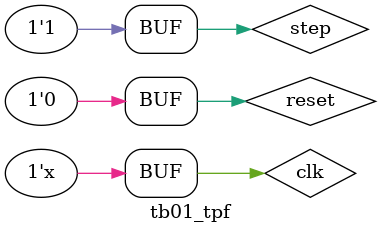
<source format=v>
`timescale 1ns / 1ps

module tb01_tpf(
    );
    reg clk;
    reg reset;
    reg boton;
    wire tx;
    wire led1;
    wire led2;
    wire led3;
    wire led4;
    wire led5;
    wire led6;

    // Instantiate the Unit Under Test (UUT)
    TPF uut (
        .clk(clk),
        .reset(reset),
        .boton(boton),
        .tx(tx),
        .led1(led1),
        .led2(led2),
        .led3(led3),
        .led4(led4),
        .led5(led5),
        .led6(led6)
    );

    initial begin
            clk = 0;
            reset = 1;
            step=1;
            #40 reset = 0;
            
        end
    always #20 clk = ~clk;
endmodule
</source>
